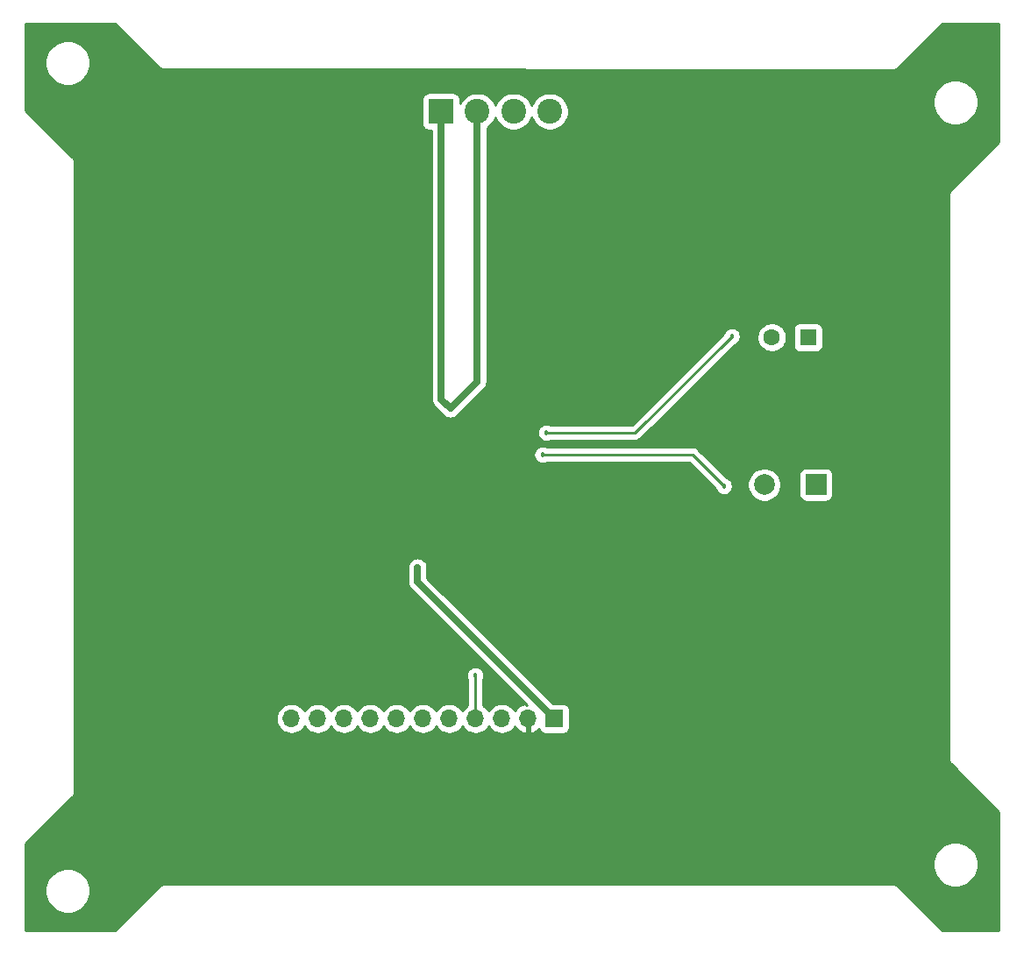
<source format=gbr>
G04 #@! TF.GenerationSoftware,KiCad,Pcbnew,(5.1.4-0-10_14)*
G04 #@! TF.CreationDate,2020-01-18T12:34:28-08:00*
G04 #@! TF.ProjectId,Board,426f6172-642e-46b6-9963-61645f706362,v1.0*
G04 #@! TF.SameCoordinates,Original*
G04 #@! TF.FileFunction,Copper,L2,Bot*
G04 #@! TF.FilePolarity,Positive*
%FSLAX46Y46*%
G04 Gerber Fmt 4.6, Leading zero omitted, Abs format (unit mm)*
G04 Created by KiCad (PCBNEW (5.1.4-0-10_14)) date 2020-01-18 12:34:28*
%MOMM*%
%LPD*%
G04 APERTURE LIST*
%ADD10R,2.000000X2.000000*%
%ADD11C,2.000000*%
%ADD12R,1.600000X1.600000*%
%ADD13C,1.600000*%
%ADD14R,1.700000X1.700000*%
%ADD15O,1.700000X1.700000*%
%ADD16R,2.400000X2.400000*%
%ADD17C,2.400000*%
%ADD18C,0.457200*%
%ADD19C,0.254000*%
%ADD20C,0.635000*%
G04 APERTURE END LIST*
D10*
X102362000Y-70612000D03*
D11*
X97362000Y-70612000D03*
D12*
X101600000Y-56388000D03*
D13*
X98100000Y-56388000D03*
D14*
X77089000Y-93218000D03*
D15*
X74549000Y-93218000D03*
X72009000Y-93218000D03*
X69469000Y-93218000D03*
X66929000Y-93218000D03*
X64389000Y-93218000D03*
X61849000Y-93218000D03*
X59309000Y-93218000D03*
X56769000Y-93218000D03*
X54229000Y-93218000D03*
X51689000Y-93218000D03*
D16*
X66152000Y-34544000D03*
D17*
X69652000Y-34544000D03*
X73152000Y-34544000D03*
X76652000Y-34544000D03*
D18*
X73660000Y-53340000D03*
X78740000Y-60960000D03*
X57150000Y-95250000D03*
X58420000Y-55880000D03*
X78740000Y-76200000D03*
X71120000Y-81280000D03*
X88900000Y-71120000D03*
X38100000Y-38100000D03*
X38100000Y-50800000D03*
X40386000Y-43434000D03*
X40386000Y-56134000D03*
X40386000Y-68834000D03*
X38100000Y-101600000D03*
X50800000Y-101600000D03*
X63500000Y-101600000D03*
X76200000Y-101600000D03*
X88900000Y-101600000D03*
X39243000Y-55372000D03*
X50800000Y-38100000D03*
X63500000Y-38100000D03*
X88900000Y-38100000D03*
X101600000Y-38100000D03*
X107950000Y-44450000D03*
X107950000Y-57150000D03*
X107950000Y-69850000D03*
X107950000Y-82550000D03*
X107950000Y-95250000D03*
X95250000Y-95250000D03*
X82550000Y-95250000D03*
X44450000Y-95250000D03*
X50800000Y-88900000D03*
X57150000Y-82550000D03*
X76200000Y-88900000D03*
X95250000Y-63500000D03*
X88900000Y-57150000D03*
X82550000Y-57150000D03*
X44450000Y-44450000D03*
X57150000Y-44450000D03*
X82550000Y-44450000D03*
X95250000Y-44450000D03*
X101600000Y-50800000D03*
X88900000Y-50800000D03*
X50800000Y-50800000D03*
X44450000Y-57150000D03*
X44450000Y-69850000D03*
X44450000Y-82550000D03*
X39243000Y-42672000D03*
X95250000Y-82550000D03*
X65936001Y-64666001D03*
X71501000Y-65024000D03*
X70485000Y-76708000D03*
X75946000Y-67691000D03*
X93472000Y-70739000D03*
X94234000Y-56261000D03*
X76327000Y-65592002D03*
X63881000Y-78613000D03*
X69469000Y-89027000D03*
X67056000Y-63246000D03*
D19*
X75946000Y-67691000D02*
X90424000Y-67691000D01*
X90424000Y-67691000D02*
X93472000Y-70739000D01*
X84902998Y-65592002D02*
X94234000Y-56261000D01*
X76327000Y-65592002D02*
X84902998Y-65592002D01*
D20*
X63881000Y-80010000D02*
X77089000Y-93218000D01*
X63881000Y-78613000D02*
X63881000Y-80010000D01*
D19*
X69469000Y-93218000D02*
X69469000Y-90043000D01*
X69469000Y-90043000D02*
X69469000Y-89027000D01*
D20*
X66152000Y-62342000D02*
X67056000Y-63246000D01*
X66152000Y-34544000D02*
X66152000Y-62342000D01*
X69652000Y-60650000D02*
X67056000Y-63246000D01*
X69652000Y-34544000D02*
X69652000Y-60650000D01*
D19*
G36*
X38889439Y-30280425D02*
G01*
X38909627Y-30305042D01*
X38934409Y-30325395D01*
X38934499Y-30325485D01*
X38961182Y-30347383D01*
X39008223Y-30386017D01*
X39008322Y-30386070D01*
X39008416Y-30386147D01*
X39065453Y-30416634D01*
X39120721Y-30446201D01*
X39120833Y-30446235D01*
X39120936Y-30446290D01*
X39182162Y-30464863D01*
X39242799Y-30483281D01*
X39242914Y-30483292D01*
X39243028Y-30483327D01*
X39306418Y-30489570D01*
X39337958Y-30492688D01*
X39338076Y-30492688D01*
X39369999Y-30495832D01*
X39401689Y-30492711D01*
X109823078Y-30518088D01*
X109855000Y-30521232D01*
X109918295Y-30514998D01*
X109981741Y-30508772D01*
X109981850Y-30508739D01*
X109981971Y-30508727D01*
X110044430Y-30489780D01*
X110103846Y-30471780D01*
X110103948Y-30471726D01*
X110104062Y-30471691D01*
X110159784Y-30441907D01*
X110216388Y-30411678D01*
X110216482Y-30411601D01*
X110216583Y-30411547D01*
X110265690Y-30371246D01*
X110315042Y-30330773D01*
X110335401Y-30305984D01*
X114593686Y-26047700D01*
X120002301Y-26047700D01*
X120002300Y-37476114D01*
X115388503Y-42089912D01*
X115363792Y-42110192D01*
X115282852Y-42208818D01*
X115222709Y-42321338D01*
X115185673Y-42443430D01*
X115176300Y-42538592D01*
X115176300Y-42538599D01*
X115173168Y-42570400D01*
X115176300Y-42602201D01*
X115176301Y-97097789D01*
X115173168Y-97129600D01*
X115185673Y-97256571D01*
X115222709Y-97378662D01*
X115282853Y-97491183D01*
X115343515Y-97565100D01*
X115343518Y-97565103D01*
X115363793Y-97589808D01*
X115388498Y-97610083D01*
X120002301Y-102223887D01*
X120002300Y-113652300D01*
X114542886Y-113652300D01*
X110310088Y-109419503D01*
X110289808Y-109394792D01*
X110191183Y-109313852D01*
X110078663Y-109253709D01*
X109956571Y-109216673D01*
X109861409Y-109207300D01*
X109861401Y-109207300D01*
X109829600Y-109204168D01*
X109797799Y-109207300D01*
X39427200Y-109207300D01*
X39395399Y-109204168D01*
X39363598Y-109207300D01*
X39363591Y-109207300D01*
X39283252Y-109215213D01*
X39268428Y-109216673D01*
X39231392Y-109227908D01*
X39146337Y-109253709D01*
X39033817Y-109313852D01*
X38935192Y-109394792D01*
X38914917Y-109419497D01*
X34682115Y-113652300D01*
X26047700Y-113652300D01*
X26047700Y-109638970D01*
X27905613Y-109638970D01*
X27905613Y-110071030D01*
X27989904Y-110494787D01*
X28155246Y-110893958D01*
X28395285Y-111253203D01*
X28700797Y-111558715D01*
X29060042Y-111798754D01*
X29459213Y-111964096D01*
X29882970Y-112048387D01*
X30315030Y-112048387D01*
X30738787Y-111964096D01*
X31137958Y-111798754D01*
X31497203Y-111558715D01*
X31802715Y-111253203D01*
X32042754Y-110893958D01*
X32208096Y-110494787D01*
X32292387Y-110071030D01*
X32292387Y-109638970D01*
X32208096Y-109215213D01*
X32042754Y-108816042D01*
X31802715Y-108456797D01*
X31497203Y-108151285D01*
X31137958Y-107911246D01*
X30738787Y-107745904D01*
X30315030Y-107661613D01*
X29882970Y-107661613D01*
X29459213Y-107745904D01*
X29060042Y-107911246D01*
X28700797Y-108151285D01*
X28395285Y-108456797D01*
X28155246Y-108816042D01*
X27989904Y-109215213D01*
X27905613Y-109638970D01*
X26047700Y-109638970D01*
X26047700Y-107098970D01*
X113630613Y-107098970D01*
X113630613Y-107531030D01*
X113714904Y-107954787D01*
X113880246Y-108353958D01*
X114120285Y-108713203D01*
X114425797Y-109018715D01*
X114785042Y-109258754D01*
X115184213Y-109424096D01*
X115607970Y-109508387D01*
X116040030Y-109508387D01*
X116463787Y-109424096D01*
X116862958Y-109258754D01*
X117222203Y-109018715D01*
X117527715Y-108713203D01*
X117767754Y-108353958D01*
X117933096Y-107954787D01*
X118017387Y-107531030D01*
X118017387Y-107098970D01*
X117933096Y-106675213D01*
X117767754Y-106276042D01*
X117527715Y-105916797D01*
X117222203Y-105611285D01*
X116862958Y-105371246D01*
X116463787Y-105205904D01*
X116040030Y-105121613D01*
X115607970Y-105121613D01*
X115184213Y-105205904D01*
X114785042Y-105371246D01*
X114425797Y-105611285D01*
X114120285Y-105916797D01*
X113880246Y-106276042D01*
X113714904Y-106675213D01*
X113630613Y-107098970D01*
X26047700Y-107098970D01*
X26047700Y-105297285D01*
X30534503Y-100810483D01*
X30559208Y-100790208D01*
X30640148Y-100691583D01*
X30700291Y-100579063D01*
X30737327Y-100456971D01*
X30746700Y-100361809D01*
X30746700Y-100361801D01*
X30749832Y-100330000D01*
X30746700Y-100298199D01*
X30746700Y-93218000D01*
X50196815Y-93218000D01*
X50225487Y-93509111D01*
X50310401Y-93789034D01*
X50448294Y-94047014D01*
X50633866Y-94273134D01*
X50859986Y-94458706D01*
X51117966Y-94596599D01*
X51397889Y-94681513D01*
X51616050Y-94703000D01*
X51761950Y-94703000D01*
X51980111Y-94681513D01*
X52260034Y-94596599D01*
X52518014Y-94458706D01*
X52744134Y-94273134D01*
X52929706Y-94047014D01*
X52959000Y-93992209D01*
X52988294Y-94047014D01*
X53173866Y-94273134D01*
X53399986Y-94458706D01*
X53657966Y-94596599D01*
X53937889Y-94681513D01*
X54156050Y-94703000D01*
X54301950Y-94703000D01*
X54520111Y-94681513D01*
X54800034Y-94596599D01*
X55058014Y-94458706D01*
X55284134Y-94273134D01*
X55469706Y-94047014D01*
X55499000Y-93992209D01*
X55528294Y-94047014D01*
X55713866Y-94273134D01*
X55939986Y-94458706D01*
X56197966Y-94596599D01*
X56477889Y-94681513D01*
X56696050Y-94703000D01*
X56841950Y-94703000D01*
X57060111Y-94681513D01*
X57340034Y-94596599D01*
X57598014Y-94458706D01*
X57824134Y-94273134D01*
X58009706Y-94047014D01*
X58039000Y-93992209D01*
X58068294Y-94047014D01*
X58253866Y-94273134D01*
X58479986Y-94458706D01*
X58737966Y-94596599D01*
X59017889Y-94681513D01*
X59236050Y-94703000D01*
X59381950Y-94703000D01*
X59600111Y-94681513D01*
X59880034Y-94596599D01*
X60138014Y-94458706D01*
X60364134Y-94273134D01*
X60549706Y-94047014D01*
X60579000Y-93992209D01*
X60608294Y-94047014D01*
X60793866Y-94273134D01*
X61019986Y-94458706D01*
X61277966Y-94596599D01*
X61557889Y-94681513D01*
X61776050Y-94703000D01*
X61921950Y-94703000D01*
X62140111Y-94681513D01*
X62420034Y-94596599D01*
X62678014Y-94458706D01*
X62904134Y-94273134D01*
X63089706Y-94047014D01*
X63119000Y-93992209D01*
X63148294Y-94047014D01*
X63333866Y-94273134D01*
X63559986Y-94458706D01*
X63817966Y-94596599D01*
X64097889Y-94681513D01*
X64316050Y-94703000D01*
X64461950Y-94703000D01*
X64680111Y-94681513D01*
X64960034Y-94596599D01*
X65218014Y-94458706D01*
X65444134Y-94273134D01*
X65629706Y-94047014D01*
X65659000Y-93992209D01*
X65688294Y-94047014D01*
X65873866Y-94273134D01*
X66099986Y-94458706D01*
X66357966Y-94596599D01*
X66637889Y-94681513D01*
X66856050Y-94703000D01*
X67001950Y-94703000D01*
X67220111Y-94681513D01*
X67500034Y-94596599D01*
X67758014Y-94458706D01*
X67984134Y-94273134D01*
X68169706Y-94047014D01*
X68199000Y-93992209D01*
X68228294Y-94047014D01*
X68413866Y-94273134D01*
X68639986Y-94458706D01*
X68897966Y-94596599D01*
X69177889Y-94681513D01*
X69396050Y-94703000D01*
X69541950Y-94703000D01*
X69760111Y-94681513D01*
X70040034Y-94596599D01*
X70298014Y-94458706D01*
X70524134Y-94273134D01*
X70709706Y-94047014D01*
X70739000Y-93992209D01*
X70768294Y-94047014D01*
X70953866Y-94273134D01*
X71179986Y-94458706D01*
X71437966Y-94596599D01*
X71717889Y-94681513D01*
X71936050Y-94703000D01*
X72081950Y-94703000D01*
X72300111Y-94681513D01*
X72580034Y-94596599D01*
X72838014Y-94458706D01*
X73064134Y-94273134D01*
X73249706Y-94047014D01*
X73284201Y-93982477D01*
X73353822Y-94099355D01*
X73548731Y-94315588D01*
X73782080Y-94489641D01*
X74044901Y-94614825D01*
X74192110Y-94659476D01*
X74422000Y-94538155D01*
X74422000Y-93345000D01*
X74402000Y-93345000D01*
X74402000Y-93091000D01*
X74422000Y-93091000D01*
X74422000Y-93071000D01*
X74676000Y-93071000D01*
X74676000Y-93091000D01*
X74696000Y-93091000D01*
X74696000Y-93345000D01*
X74676000Y-93345000D01*
X74676000Y-94538155D01*
X74905890Y-94659476D01*
X75053099Y-94614825D01*
X75315920Y-94489641D01*
X75549269Y-94315588D01*
X75625034Y-94231534D01*
X75649498Y-94312180D01*
X75708463Y-94422494D01*
X75787815Y-94519185D01*
X75884506Y-94598537D01*
X75994820Y-94657502D01*
X76114518Y-94693812D01*
X76239000Y-94706072D01*
X77939000Y-94706072D01*
X78063482Y-94693812D01*
X78183180Y-94657502D01*
X78293494Y-94598537D01*
X78390185Y-94519185D01*
X78469537Y-94422494D01*
X78528502Y-94312180D01*
X78564812Y-94192482D01*
X78577072Y-94068000D01*
X78577072Y-92368000D01*
X78564812Y-92243518D01*
X78528502Y-92123820D01*
X78469537Y-92013506D01*
X78390185Y-91916815D01*
X78293494Y-91837463D01*
X78183180Y-91778498D01*
X78063482Y-91742188D01*
X77939000Y-91729928D01*
X76947967Y-91729928D01*
X64833500Y-79615462D01*
X64833500Y-78566215D01*
X64819717Y-78426277D01*
X64765252Y-78246731D01*
X64676806Y-78081259D01*
X64557778Y-77936222D01*
X64412741Y-77817194D01*
X64247268Y-77728748D01*
X64067722Y-77674283D01*
X63881000Y-77655892D01*
X63694277Y-77674283D01*
X63514731Y-77728748D01*
X63349259Y-77817194D01*
X63204222Y-77936222D01*
X63085194Y-78081259D01*
X62996748Y-78246732D01*
X62942283Y-78426278D01*
X62928500Y-78566216D01*
X62928501Y-79963206D01*
X62923892Y-80010000D01*
X62942283Y-80196722D01*
X62996749Y-80376269D01*
X63085195Y-80541741D01*
X63204223Y-80686778D01*
X63240564Y-80716602D01*
X74421590Y-91897628D01*
X74192110Y-91776524D01*
X74044901Y-91821175D01*
X73782080Y-91946359D01*
X73548731Y-92120412D01*
X73353822Y-92336645D01*
X73284201Y-92453523D01*
X73249706Y-92388986D01*
X73064134Y-92162866D01*
X72838014Y-91977294D01*
X72580034Y-91839401D01*
X72300111Y-91754487D01*
X72081950Y-91733000D01*
X71936050Y-91733000D01*
X71717889Y-91754487D01*
X71437966Y-91839401D01*
X71179986Y-91977294D01*
X70953866Y-92162866D01*
X70768294Y-92388986D01*
X70739000Y-92443791D01*
X70709706Y-92388986D01*
X70524134Y-92162866D01*
X70298014Y-91977294D01*
X70231000Y-91941474D01*
X70231000Y-89441026D01*
X70234313Y-89436068D01*
X70299413Y-89278903D01*
X70332600Y-89112057D01*
X70332600Y-88941943D01*
X70299413Y-88775097D01*
X70234313Y-88617932D01*
X70139802Y-88476487D01*
X70019513Y-88356198D01*
X69878068Y-88261687D01*
X69720903Y-88196587D01*
X69554057Y-88163400D01*
X69383943Y-88163400D01*
X69217097Y-88196587D01*
X69059932Y-88261687D01*
X68918487Y-88356198D01*
X68798198Y-88476487D01*
X68703687Y-88617932D01*
X68638587Y-88775097D01*
X68605400Y-88941943D01*
X68605400Y-89112057D01*
X68638587Y-89278903D01*
X68703687Y-89436068D01*
X68707001Y-89441027D01*
X68707000Y-90080425D01*
X68707001Y-90080435D01*
X68707000Y-91941474D01*
X68639986Y-91977294D01*
X68413866Y-92162866D01*
X68228294Y-92388986D01*
X68199000Y-92443791D01*
X68169706Y-92388986D01*
X67984134Y-92162866D01*
X67758014Y-91977294D01*
X67500034Y-91839401D01*
X67220111Y-91754487D01*
X67001950Y-91733000D01*
X66856050Y-91733000D01*
X66637889Y-91754487D01*
X66357966Y-91839401D01*
X66099986Y-91977294D01*
X65873866Y-92162866D01*
X65688294Y-92388986D01*
X65659000Y-92443791D01*
X65629706Y-92388986D01*
X65444134Y-92162866D01*
X65218014Y-91977294D01*
X64960034Y-91839401D01*
X64680111Y-91754487D01*
X64461950Y-91733000D01*
X64316050Y-91733000D01*
X64097889Y-91754487D01*
X63817966Y-91839401D01*
X63559986Y-91977294D01*
X63333866Y-92162866D01*
X63148294Y-92388986D01*
X63119000Y-92443791D01*
X63089706Y-92388986D01*
X62904134Y-92162866D01*
X62678014Y-91977294D01*
X62420034Y-91839401D01*
X62140111Y-91754487D01*
X61921950Y-91733000D01*
X61776050Y-91733000D01*
X61557889Y-91754487D01*
X61277966Y-91839401D01*
X61019986Y-91977294D01*
X60793866Y-92162866D01*
X60608294Y-92388986D01*
X60579000Y-92443791D01*
X60549706Y-92388986D01*
X60364134Y-92162866D01*
X60138014Y-91977294D01*
X59880034Y-91839401D01*
X59600111Y-91754487D01*
X59381950Y-91733000D01*
X59236050Y-91733000D01*
X59017889Y-91754487D01*
X58737966Y-91839401D01*
X58479986Y-91977294D01*
X58253866Y-92162866D01*
X58068294Y-92388986D01*
X58039000Y-92443791D01*
X58009706Y-92388986D01*
X57824134Y-92162866D01*
X57598014Y-91977294D01*
X57340034Y-91839401D01*
X57060111Y-91754487D01*
X56841950Y-91733000D01*
X56696050Y-91733000D01*
X56477889Y-91754487D01*
X56197966Y-91839401D01*
X55939986Y-91977294D01*
X55713866Y-92162866D01*
X55528294Y-92388986D01*
X55499000Y-92443791D01*
X55469706Y-92388986D01*
X55284134Y-92162866D01*
X55058014Y-91977294D01*
X54800034Y-91839401D01*
X54520111Y-91754487D01*
X54301950Y-91733000D01*
X54156050Y-91733000D01*
X53937889Y-91754487D01*
X53657966Y-91839401D01*
X53399986Y-91977294D01*
X53173866Y-92162866D01*
X52988294Y-92388986D01*
X52959000Y-92443791D01*
X52929706Y-92388986D01*
X52744134Y-92162866D01*
X52518014Y-91977294D01*
X52260034Y-91839401D01*
X51980111Y-91754487D01*
X51761950Y-91733000D01*
X51616050Y-91733000D01*
X51397889Y-91754487D01*
X51117966Y-91839401D01*
X50859986Y-91977294D01*
X50633866Y-92162866D01*
X50448294Y-92388986D01*
X50310401Y-92646966D01*
X50225487Y-92926889D01*
X50196815Y-93218000D01*
X30746700Y-93218000D01*
X30746700Y-67605943D01*
X75082400Y-67605943D01*
X75082400Y-67776057D01*
X75115587Y-67942903D01*
X75180687Y-68100068D01*
X75275198Y-68241513D01*
X75395487Y-68361802D01*
X75536932Y-68456313D01*
X75694097Y-68521413D01*
X75860943Y-68554600D01*
X76031057Y-68554600D01*
X76197903Y-68521413D01*
X76355068Y-68456313D01*
X76360026Y-68453000D01*
X90108370Y-68453000D01*
X92640424Y-70985055D01*
X92641587Y-70990903D01*
X92706687Y-71148068D01*
X92801198Y-71289513D01*
X92921487Y-71409802D01*
X93062932Y-71504313D01*
X93220097Y-71569413D01*
X93386943Y-71602600D01*
X93557057Y-71602600D01*
X93723903Y-71569413D01*
X93881068Y-71504313D01*
X94022513Y-71409802D01*
X94142802Y-71289513D01*
X94237313Y-71148068D01*
X94302413Y-70990903D01*
X94335600Y-70824057D01*
X94335600Y-70653943D01*
X94302413Y-70487097D01*
X94287448Y-70450967D01*
X95727000Y-70450967D01*
X95727000Y-70773033D01*
X95789832Y-71088912D01*
X95913082Y-71386463D01*
X96092013Y-71654252D01*
X96319748Y-71881987D01*
X96587537Y-72060918D01*
X96885088Y-72184168D01*
X97200967Y-72247000D01*
X97523033Y-72247000D01*
X97838912Y-72184168D01*
X98136463Y-72060918D01*
X98404252Y-71881987D01*
X98631987Y-71654252D01*
X98810918Y-71386463D01*
X98934168Y-71088912D01*
X98997000Y-70773033D01*
X98997000Y-70450967D01*
X98934168Y-70135088D01*
X98810918Y-69837537D01*
X98660219Y-69612000D01*
X100723928Y-69612000D01*
X100723928Y-71612000D01*
X100736188Y-71736482D01*
X100772498Y-71856180D01*
X100831463Y-71966494D01*
X100910815Y-72063185D01*
X101007506Y-72142537D01*
X101117820Y-72201502D01*
X101237518Y-72237812D01*
X101362000Y-72250072D01*
X103362000Y-72250072D01*
X103486482Y-72237812D01*
X103606180Y-72201502D01*
X103716494Y-72142537D01*
X103813185Y-72063185D01*
X103892537Y-71966494D01*
X103951502Y-71856180D01*
X103987812Y-71736482D01*
X104000072Y-71612000D01*
X104000072Y-69612000D01*
X103987812Y-69487518D01*
X103951502Y-69367820D01*
X103892537Y-69257506D01*
X103813185Y-69160815D01*
X103716494Y-69081463D01*
X103606180Y-69022498D01*
X103486482Y-68986188D01*
X103362000Y-68973928D01*
X101362000Y-68973928D01*
X101237518Y-68986188D01*
X101117820Y-69022498D01*
X101007506Y-69081463D01*
X100910815Y-69160815D01*
X100831463Y-69257506D01*
X100772498Y-69367820D01*
X100736188Y-69487518D01*
X100723928Y-69612000D01*
X98660219Y-69612000D01*
X98631987Y-69569748D01*
X98404252Y-69342013D01*
X98136463Y-69163082D01*
X97838912Y-69039832D01*
X97523033Y-68977000D01*
X97200967Y-68977000D01*
X96885088Y-69039832D01*
X96587537Y-69163082D01*
X96319748Y-69342013D01*
X96092013Y-69569748D01*
X95913082Y-69837537D01*
X95789832Y-70135088D01*
X95727000Y-70450967D01*
X94287448Y-70450967D01*
X94237313Y-70329932D01*
X94142802Y-70188487D01*
X94022513Y-70068198D01*
X93881068Y-69973687D01*
X93723903Y-69908587D01*
X93718055Y-69907424D01*
X90989284Y-67178654D01*
X90965422Y-67149578D01*
X90849392Y-67054355D01*
X90717015Y-66983598D01*
X90573378Y-66940026D01*
X90461426Y-66929000D01*
X90461423Y-66929000D01*
X90424000Y-66925314D01*
X90386577Y-66929000D01*
X76360026Y-66929000D01*
X76355068Y-66925687D01*
X76197903Y-66860587D01*
X76031057Y-66827400D01*
X75860943Y-66827400D01*
X75694097Y-66860587D01*
X75536932Y-66925687D01*
X75395487Y-67020198D01*
X75275198Y-67140487D01*
X75180687Y-67281932D01*
X75115587Y-67439097D01*
X75082400Y-67605943D01*
X30746700Y-67605943D01*
X30746700Y-65506945D01*
X75463400Y-65506945D01*
X75463400Y-65677059D01*
X75496587Y-65843905D01*
X75561687Y-66001070D01*
X75656198Y-66142515D01*
X75776487Y-66262804D01*
X75917932Y-66357315D01*
X76075097Y-66422415D01*
X76241943Y-66455602D01*
X76412057Y-66455602D01*
X76578903Y-66422415D01*
X76736068Y-66357315D01*
X76741026Y-66354002D01*
X84865575Y-66354002D01*
X84902998Y-66357688D01*
X84940421Y-66354002D01*
X84940424Y-66354002D01*
X85052376Y-66342976D01*
X85196013Y-66299404D01*
X85328390Y-66228647D01*
X85444420Y-66133424D01*
X85468282Y-66104348D01*
X94480053Y-57092577D01*
X94485903Y-57091413D01*
X94643068Y-57026313D01*
X94784513Y-56931802D01*
X94904802Y-56811513D01*
X94999313Y-56670068D01*
X95064413Y-56512903D01*
X95097600Y-56346057D01*
X95097600Y-56246665D01*
X96665000Y-56246665D01*
X96665000Y-56529335D01*
X96720147Y-56806574D01*
X96828320Y-57067727D01*
X96985363Y-57302759D01*
X97185241Y-57502637D01*
X97420273Y-57659680D01*
X97681426Y-57767853D01*
X97958665Y-57823000D01*
X98241335Y-57823000D01*
X98518574Y-57767853D01*
X98779727Y-57659680D01*
X99014759Y-57502637D01*
X99214637Y-57302759D01*
X99371680Y-57067727D01*
X99479853Y-56806574D01*
X99535000Y-56529335D01*
X99535000Y-56246665D01*
X99479853Y-55969426D01*
X99371680Y-55708273D01*
X99291317Y-55588000D01*
X100161928Y-55588000D01*
X100161928Y-57188000D01*
X100174188Y-57312482D01*
X100210498Y-57432180D01*
X100269463Y-57542494D01*
X100348815Y-57639185D01*
X100445506Y-57718537D01*
X100555820Y-57777502D01*
X100675518Y-57813812D01*
X100800000Y-57826072D01*
X102400000Y-57826072D01*
X102524482Y-57813812D01*
X102644180Y-57777502D01*
X102754494Y-57718537D01*
X102851185Y-57639185D01*
X102930537Y-57542494D01*
X102989502Y-57432180D01*
X103025812Y-57312482D01*
X103038072Y-57188000D01*
X103038072Y-55588000D01*
X103025812Y-55463518D01*
X102989502Y-55343820D01*
X102930537Y-55233506D01*
X102851185Y-55136815D01*
X102754494Y-55057463D01*
X102644180Y-54998498D01*
X102524482Y-54962188D01*
X102400000Y-54949928D01*
X100800000Y-54949928D01*
X100675518Y-54962188D01*
X100555820Y-54998498D01*
X100445506Y-55057463D01*
X100348815Y-55136815D01*
X100269463Y-55233506D01*
X100210498Y-55343820D01*
X100174188Y-55463518D01*
X100161928Y-55588000D01*
X99291317Y-55588000D01*
X99214637Y-55473241D01*
X99014759Y-55273363D01*
X98779727Y-55116320D01*
X98518574Y-55008147D01*
X98241335Y-54953000D01*
X97958665Y-54953000D01*
X97681426Y-55008147D01*
X97420273Y-55116320D01*
X97185241Y-55273363D01*
X96985363Y-55473241D01*
X96828320Y-55708273D01*
X96720147Y-55969426D01*
X96665000Y-56246665D01*
X95097600Y-56246665D01*
X95097600Y-56175943D01*
X95064413Y-56009097D01*
X94999313Y-55851932D01*
X94904802Y-55710487D01*
X94784513Y-55590198D01*
X94643068Y-55495687D01*
X94485903Y-55430587D01*
X94319057Y-55397400D01*
X94148943Y-55397400D01*
X93982097Y-55430587D01*
X93824932Y-55495687D01*
X93683487Y-55590198D01*
X93563198Y-55710487D01*
X93468687Y-55851932D01*
X93403587Y-56009097D01*
X93402423Y-56014947D01*
X84587368Y-64830002D01*
X76741026Y-64830002D01*
X76736068Y-64826689D01*
X76578903Y-64761589D01*
X76412057Y-64728402D01*
X76241943Y-64728402D01*
X76075097Y-64761589D01*
X75917932Y-64826689D01*
X75776487Y-64921200D01*
X75656198Y-65041489D01*
X75561687Y-65182934D01*
X75496587Y-65340099D01*
X75463400Y-65506945D01*
X30746700Y-65506945D01*
X30746700Y-39401801D01*
X30749832Y-39370000D01*
X30746700Y-39338199D01*
X30746700Y-39338191D01*
X30737327Y-39243029D01*
X30700291Y-39120937D01*
X30640148Y-39008417D01*
X30559208Y-38909792D01*
X30534504Y-38889518D01*
X26047700Y-34402715D01*
X26047700Y-33344000D01*
X64313928Y-33344000D01*
X64313928Y-35744000D01*
X64326188Y-35868482D01*
X64362498Y-35988180D01*
X64421463Y-36098494D01*
X64500815Y-36195185D01*
X64597506Y-36274537D01*
X64707820Y-36333502D01*
X64827518Y-36369812D01*
X64952000Y-36382072D01*
X65199500Y-36382072D01*
X65199501Y-62295205D01*
X65194892Y-62342000D01*
X65213283Y-62528722D01*
X65227382Y-62575198D01*
X65267749Y-62708269D01*
X65356195Y-62873741D01*
X65475223Y-63018778D01*
X65511564Y-63048602D01*
X66349406Y-63886445D01*
X66379223Y-63922777D01*
X66415555Y-63952594D01*
X66415562Y-63952601D01*
X66524259Y-64041806D01*
X66689730Y-64130251D01*
X66869277Y-64184717D01*
X67055999Y-64203108D01*
X67056000Y-64203108D01*
X67242722Y-64184717D01*
X67422269Y-64130251D01*
X67587740Y-64041806D01*
X67696437Y-63952601D01*
X67696440Y-63952598D01*
X67732777Y-63922777D01*
X67762598Y-63886440D01*
X70292431Y-61356607D01*
X70328778Y-61326778D01*
X70447806Y-61181741D01*
X70536252Y-61016269D01*
X70590717Y-60836723D01*
X70604500Y-60696785D01*
X70609108Y-60650001D01*
X70604500Y-60603216D01*
X70604500Y-36114496D01*
X70821744Y-35969338D01*
X71077338Y-35713744D01*
X71278156Y-35413199D01*
X71402000Y-35114213D01*
X71525844Y-35413199D01*
X71726662Y-35713744D01*
X71982256Y-35969338D01*
X72282801Y-36170156D01*
X72616750Y-36308482D01*
X72971268Y-36379000D01*
X73332732Y-36379000D01*
X73687250Y-36308482D01*
X74021199Y-36170156D01*
X74321744Y-35969338D01*
X74577338Y-35713744D01*
X74778156Y-35413199D01*
X74902000Y-35114213D01*
X75025844Y-35413199D01*
X75226662Y-35713744D01*
X75482256Y-35969338D01*
X75782801Y-36170156D01*
X76116750Y-36308482D01*
X76471268Y-36379000D01*
X76832732Y-36379000D01*
X77187250Y-36308482D01*
X77521199Y-36170156D01*
X77821744Y-35969338D01*
X78077338Y-35713744D01*
X78278156Y-35413199D01*
X78416482Y-35079250D01*
X78487000Y-34724732D01*
X78487000Y-34363268D01*
X78416482Y-34008750D01*
X78278156Y-33674801D01*
X78120579Y-33438970D01*
X113630613Y-33438970D01*
X113630613Y-33871030D01*
X113714904Y-34294787D01*
X113880246Y-34693958D01*
X114120285Y-35053203D01*
X114425797Y-35358715D01*
X114785042Y-35598754D01*
X115184213Y-35764096D01*
X115607970Y-35848387D01*
X116040030Y-35848387D01*
X116463787Y-35764096D01*
X116862958Y-35598754D01*
X117222203Y-35358715D01*
X117527715Y-35053203D01*
X117767754Y-34693958D01*
X117933096Y-34294787D01*
X118017387Y-33871030D01*
X118017387Y-33438970D01*
X117933096Y-33015213D01*
X117767754Y-32616042D01*
X117527715Y-32256797D01*
X117222203Y-31951285D01*
X116862958Y-31711246D01*
X116463787Y-31545904D01*
X116040030Y-31461613D01*
X115607970Y-31461613D01*
X115184213Y-31545904D01*
X114785042Y-31711246D01*
X114425797Y-31951285D01*
X114120285Y-32256797D01*
X113880246Y-32616042D01*
X113714904Y-33015213D01*
X113630613Y-33438970D01*
X78120579Y-33438970D01*
X78077338Y-33374256D01*
X77821744Y-33118662D01*
X77521199Y-32917844D01*
X77187250Y-32779518D01*
X76832732Y-32709000D01*
X76471268Y-32709000D01*
X76116750Y-32779518D01*
X75782801Y-32917844D01*
X75482256Y-33118662D01*
X75226662Y-33374256D01*
X75025844Y-33674801D01*
X74902000Y-33973787D01*
X74778156Y-33674801D01*
X74577338Y-33374256D01*
X74321744Y-33118662D01*
X74021199Y-32917844D01*
X73687250Y-32779518D01*
X73332732Y-32709000D01*
X72971268Y-32709000D01*
X72616750Y-32779518D01*
X72282801Y-32917844D01*
X71982256Y-33118662D01*
X71726662Y-33374256D01*
X71525844Y-33674801D01*
X71402000Y-33973787D01*
X71278156Y-33674801D01*
X71077338Y-33374256D01*
X70821744Y-33118662D01*
X70521199Y-32917844D01*
X70187250Y-32779518D01*
X69832732Y-32709000D01*
X69471268Y-32709000D01*
X69116750Y-32779518D01*
X68782801Y-32917844D01*
X68482256Y-33118662D01*
X68226662Y-33374256D01*
X68025844Y-33674801D01*
X67990072Y-33761162D01*
X67990072Y-33344000D01*
X67977812Y-33219518D01*
X67941502Y-33099820D01*
X67882537Y-32989506D01*
X67803185Y-32892815D01*
X67706494Y-32813463D01*
X67596180Y-32754498D01*
X67476482Y-32718188D01*
X67352000Y-32705928D01*
X64952000Y-32705928D01*
X64827518Y-32718188D01*
X64707820Y-32754498D01*
X64597506Y-32813463D01*
X64500815Y-32892815D01*
X64421463Y-32989506D01*
X64362498Y-33099820D01*
X64326188Y-33219518D01*
X64313928Y-33344000D01*
X26047700Y-33344000D01*
X26047700Y-29628970D01*
X27905613Y-29628970D01*
X27905613Y-30061030D01*
X27989904Y-30484787D01*
X28155246Y-30883958D01*
X28395285Y-31243203D01*
X28700797Y-31548715D01*
X29060042Y-31788754D01*
X29459213Y-31954096D01*
X29882970Y-32038387D01*
X30315030Y-32038387D01*
X30738787Y-31954096D01*
X31137958Y-31788754D01*
X31497203Y-31548715D01*
X31802715Y-31243203D01*
X32042754Y-30883958D01*
X32208096Y-30484787D01*
X32292387Y-30061030D01*
X32292387Y-29628970D01*
X32208096Y-29205213D01*
X32042754Y-28806042D01*
X31802715Y-28446797D01*
X31497203Y-28141285D01*
X31137958Y-27901246D01*
X30738787Y-27735904D01*
X30315030Y-27651613D01*
X29882970Y-27651613D01*
X29459213Y-27735904D01*
X29060042Y-27901246D01*
X28700797Y-28141285D01*
X28395285Y-28446797D01*
X28155246Y-28806042D01*
X27989904Y-29205213D01*
X27905613Y-29628970D01*
X26047700Y-29628970D01*
X26047700Y-26047700D01*
X34656715Y-26047700D01*
X38889439Y-30280425D01*
X38889439Y-30280425D01*
G37*
X38889439Y-30280425D02*
X38909627Y-30305042D01*
X38934409Y-30325395D01*
X38934499Y-30325485D01*
X38961182Y-30347383D01*
X39008223Y-30386017D01*
X39008322Y-30386070D01*
X39008416Y-30386147D01*
X39065453Y-30416634D01*
X39120721Y-30446201D01*
X39120833Y-30446235D01*
X39120936Y-30446290D01*
X39182162Y-30464863D01*
X39242799Y-30483281D01*
X39242914Y-30483292D01*
X39243028Y-30483327D01*
X39306418Y-30489570D01*
X39337958Y-30492688D01*
X39338076Y-30492688D01*
X39369999Y-30495832D01*
X39401689Y-30492711D01*
X109823078Y-30518088D01*
X109855000Y-30521232D01*
X109918295Y-30514998D01*
X109981741Y-30508772D01*
X109981850Y-30508739D01*
X109981971Y-30508727D01*
X110044430Y-30489780D01*
X110103846Y-30471780D01*
X110103948Y-30471726D01*
X110104062Y-30471691D01*
X110159784Y-30441907D01*
X110216388Y-30411678D01*
X110216482Y-30411601D01*
X110216583Y-30411547D01*
X110265690Y-30371246D01*
X110315042Y-30330773D01*
X110335401Y-30305984D01*
X114593686Y-26047700D01*
X120002301Y-26047700D01*
X120002300Y-37476114D01*
X115388503Y-42089912D01*
X115363792Y-42110192D01*
X115282852Y-42208818D01*
X115222709Y-42321338D01*
X115185673Y-42443430D01*
X115176300Y-42538592D01*
X115176300Y-42538599D01*
X115173168Y-42570400D01*
X115176300Y-42602201D01*
X115176301Y-97097789D01*
X115173168Y-97129600D01*
X115185673Y-97256571D01*
X115222709Y-97378662D01*
X115282853Y-97491183D01*
X115343515Y-97565100D01*
X115343518Y-97565103D01*
X115363793Y-97589808D01*
X115388498Y-97610083D01*
X120002301Y-102223887D01*
X120002300Y-113652300D01*
X114542886Y-113652300D01*
X110310088Y-109419503D01*
X110289808Y-109394792D01*
X110191183Y-109313852D01*
X110078663Y-109253709D01*
X109956571Y-109216673D01*
X109861409Y-109207300D01*
X109861401Y-109207300D01*
X109829600Y-109204168D01*
X109797799Y-109207300D01*
X39427200Y-109207300D01*
X39395399Y-109204168D01*
X39363598Y-109207300D01*
X39363591Y-109207300D01*
X39283252Y-109215213D01*
X39268428Y-109216673D01*
X39231392Y-109227908D01*
X39146337Y-109253709D01*
X39033817Y-109313852D01*
X38935192Y-109394792D01*
X38914917Y-109419497D01*
X34682115Y-113652300D01*
X26047700Y-113652300D01*
X26047700Y-109638970D01*
X27905613Y-109638970D01*
X27905613Y-110071030D01*
X27989904Y-110494787D01*
X28155246Y-110893958D01*
X28395285Y-111253203D01*
X28700797Y-111558715D01*
X29060042Y-111798754D01*
X29459213Y-111964096D01*
X29882970Y-112048387D01*
X30315030Y-112048387D01*
X30738787Y-111964096D01*
X31137958Y-111798754D01*
X31497203Y-111558715D01*
X31802715Y-111253203D01*
X32042754Y-110893958D01*
X32208096Y-110494787D01*
X32292387Y-110071030D01*
X32292387Y-109638970D01*
X32208096Y-109215213D01*
X32042754Y-108816042D01*
X31802715Y-108456797D01*
X31497203Y-108151285D01*
X31137958Y-107911246D01*
X30738787Y-107745904D01*
X30315030Y-107661613D01*
X29882970Y-107661613D01*
X29459213Y-107745904D01*
X29060042Y-107911246D01*
X28700797Y-108151285D01*
X28395285Y-108456797D01*
X28155246Y-108816042D01*
X27989904Y-109215213D01*
X27905613Y-109638970D01*
X26047700Y-109638970D01*
X26047700Y-107098970D01*
X113630613Y-107098970D01*
X113630613Y-107531030D01*
X113714904Y-107954787D01*
X113880246Y-108353958D01*
X114120285Y-108713203D01*
X114425797Y-109018715D01*
X114785042Y-109258754D01*
X115184213Y-109424096D01*
X115607970Y-109508387D01*
X116040030Y-109508387D01*
X116463787Y-109424096D01*
X116862958Y-109258754D01*
X117222203Y-109018715D01*
X117527715Y-108713203D01*
X117767754Y-108353958D01*
X117933096Y-107954787D01*
X118017387Y-107531030D01*
X118017387Y-107098970D01*
X117933096Y-106675213D01*
X117767754Y-106276042D01*
X117527715Y-105916797D01*
X117222203Y-105611285D01*
X116862958Y-105371246D01*
X116463787Y-105205904D01*
X116040030Y-105121613D01*
X115607970Y-105121613D01*
X115184213Y-105205904D01*
X114785042Y-105371246D01*
X114425797Y-105611285D01*
X114120285Y-105916797D01*
X113880246Y-106276042D01*
X113714904Y-106675213D01*
X113630613Y-107098970D01*
X26047700Y-107098970D01*
X26047700Y-105297285D01*
X30534503Y-100810483D01*
X30559208Y-100790208D01*
X30640148Y-100691583D01*
X30700291Y-100579063D01*
X30737327Y-100456971D01*
X30746700Y-100361809D01*
X30746700Y-100361801D01*
X30749832Y-100330000D01*
X30746700Y-100298199D01*
X30746700Y-93218000D01*
X50196815Y-93218000D01*
X50225487Y-93509111D01*
X50310401Y-93789034D01*
X50448294Y-94047014D01*
X50633866Y-94273134D01*
X50859986Y-94458706D01*
X51117966Y-94596599D01*
X51397889Y-94681513D01*
X51616050Y-94703000D01*
X51761950Y-94703000D01*
X51980111Y-94681513D01*
X52260034Y-94596599D01*
X52518014Y-94458706D01*
X52744134Y-94273134D01*
X52929706Y-94047014D01*
X52959000Y-93992209D01*
X52988294Y-94047014D01*
X53173866Y-94273134D01*
X53399986Y-94458706D01*
X53657966Y-94596599D01*
X53937889Y-94681513D01*
X54156050Y-94703000D01*
X54301950Y-94703000D01*
X54520111Y-94681513D01*
X54800034Y-94596599D01*
X55058014Y-94458706D01*
X55284134Y-94273134D01*
X55469706Y-94047014D01*
X55499000Y-93992209D01*
X55528294Y-94047014D01*
X55713866Y-94273134D01*
X55939986Y-94458706D01*
X56197966Y-94596599D01*
X56477889Y-94681513D01*
X56696050Y-94703000D01*
X56841950Y-94703000D01*
X57060111Y-94681513D01*
X57340034Y-94596599D01*
X57598014Y-94458706D01*
X57824134Y-94273134D01*
X58009706Y-94047014D01*
X58039000Y-93992209D01*
X58068294Y-94047014D01*
X58253866Y-94273134D01*
X58479986Y-94458706D01*
X58737966Y-94596599D01*
X59017889Y-94681513D01*
X59236050Y-94703000D01*
X59381950Y-94703000D01*
X59600111Y-94681513D01*
X59880034Y-94596599D01*
X60138014Y-94458706D01*
X60364134Y-94273134D01*
X60549706Y-94047014D01*
X60579000Y-93992209D01*
X60608294Y-94047014D01*
X60793866Y-94273134D01*
X61019986Y-94458706D01*
X61277966Y-94596599D01*
X61557889Y-94681513D01*
X61776050Y-94703000D01*
X61921950Y-94703000D01*
X62140111Y-94681513D01*
X62420034Y-94596599D01*
X62678014Y-94458706D01*
X62904134Y-94273134D01*
X63089706Y-94047014D01*
X63119000Y-93992209D01*
X63148294Y-94047014D01*
X63333866Y-94273134D01*
X63559986Y-94458706D01*
X63817966Y-94596599D01*
X64097889Y-94681513D01*
X64316050Y-94703000D01*
X64461950Y-94703000D01*
X64680111Y-94681513D01*
X64960034Y-94596599D01*
X65218014Y-94458706D01*
X65444134Y-94273134D01*
X65629706Y-94047014D01*
X65659000Y-93992209D01*
X65688294Y-94047014D01*
X65873866Y-94273134D01*
X66099986Y-94458706D01*
X66357966Y-94596599D01*
X66637889Y-94681513D01*
X66856050Y-94703000D01*
X67001950Y-94703000D01*
X67220111Y-94681513D01*
X67500034Y-94596599D01*
X67758014Y-94458706D01*
X67984134Y-94273134D01*
X68169706Y-94047014D01*
X68199000Y-93992209D01*
X68228294Y-94047014D01*
X68413866Y-94273134D01*
X68639986Y-94458706D01*
X68897966Y-94596599D01*
X69177889Y-94681513D01*
X69396050Y-94703000D01*
X69541950Y-94703000D01*
X69760111Y-94681513D01*
X70040034Y-94596599D01*
X70298014Y-94458706D01*
X70524134Y-94273134D01*
X70709706Y-94047014D01*
X70739000Y-93992209D01*
X70768294Y-94047014D01*
X70953866Y-94273134D01*
X71179986Y-94458706D01*
X71437966Y-94596599D01*
X71717889Y-94681513D01*
X71936050Y-94703000D01*
X72081950Y-94703000D01*
X72300111Y-94681513D01*
X72580034Y-94596599D01*
X72838014Y-94458706D01*
X73064134Y-94273134D01*
X73249706Y-94047014D01*
X73284201Y-93982477D01*
X73353822Y-94099355D01*
X73548731Y-94315588D01*
X73782080Y-94489641D01*
X74044901Y-94614825D01*
X74192110Y-94659476D01*
X74422000Y-94538155D01*
X74422000Y-93345000D01*
X74402000Y-93345000D01*
X74402000Y-93091000D01*
X74422000Y-93091000D01*
X74422000Y-93071000D01*
X74676000Y-93071000D01*
X74676000Y-93091000D01*
X74696000Y-93091000D01*
X74696000Y-93345000D01*
X74676000Y-93345000D01*
X74676000Y-94538155D01*
X74905890Y-94659476D01*
X75053099Y-94614825D01*
X75315920Y-94489641D01*
X75549269Y-94315588D01*
X75625034Y-94231534D01*
X75649498Y-94312180D01*
X75708463Y-94422494D01*
X75787815Y-94519185D01*
X75884506Y-94598537D01*
X75994820Y-94657502D01*
X76114518Y-94693812D01*
X76239000Y-94706072D01*
X77939000Y-94706072D01*
X78063482Y-94693812D01*
X78183180Y-94657502D01*
X78293494Y-94598537D01*
X78390185Y-94519185D01*
X78469537Y-94422494D01*
X78528502Y-94312180D01*
X78564812Y-94192482D01*
X78577072Y-94068000D01*
X78577072Y-92368000D01*
X78564812Y-92243518D01*
X78528502Y-92123820D01*
X78469537Y-92013506D01*
X78390185Y-91916815D01*
X78293494Y-91837463D01*
X78183180Y-91778498D01*
X78063482Y-91742188D01*
X77939000Y-91729928D01*
X76947967Y-91729928D01*
X64833500Y-79615462D01*
X64833500Y-78566215D01*
X64819717Y-78426277D01*
X64765252Y-78246731D01*
X64676806Y-78081259D01*
X64557778Y-77936222D01*
X64412741Y-77817194D01*
X64247268Y-77728748D01*
X64067722Y-77674283D01*
X63881000Y-77655892D01*
X63694277Y-77674283D01*
X63514731Y-77728748D01*
X63349259Y-77817194D01*
X63204222Y-77936222D01*
X63085194Y-78081259D01*
X62996748Y-78246732D01*
X62942283Y-78426278D01*
X62928500Y-78566216D01*
X62928501Y-79963206D01*
X62923892Y-80010000D01*
X62942283Y-80196722D01*
X62996749Y-80376269D01*
X63085195Y-80541741D01*
X63204223Y-80686778D01*
X63240564Y-80716602D01*
X74421590Y-91897628D01*
X74192110Y-91776524D01*
X74044901Y-91821175D01*
X73782080Y-91946359D01*
X73548731Y-92120412D01*
X73353822Y-92336645D01*
X73284201Y-92453523D01*
X73249706Y-92388986D01*
X73064134Y-92162866D01*
X72838014Y-91977294D01*
X72580034Y-91839401D01*
X72300111Y-91754487D01*
X72081950Y-91733000D01*
X71936050Y-91733000D01*
X71717889Y-91754487D01*
X71437966Y-91839401D01*
X71179986Y-91977294D01*
X70953866Y-92162866D01*
X70768294Y-92388986D01*
X70739000Y-92443791D01*
X70709706Y-92388986D01*
X70524134Y-92162866D01*
X70298014Y-91977294D01*
X70231000Y-91941474D01*
X70231000Y-89441026D01*
X70234313Y-89436068D01*
X70299413Y-89278903D01*
X70332600Y-89112057D01*
X70332600Y-88941943D01*
X70299413Y-88775097D01*
X70234313Y-88617932D01*
X70139802Y-88476487D01*
X70019513Y-88356198D01*
X69878068Y-88261687D01*
X69720903Y-88196587D01*
X69554057Y-88163400D01*
X69383943Y-88163400D01*
X69217097Y-88196587D01*
X69059932Y-88261687D01*
X68918487Y-88356198D01*
X68798198Y-88476487D01*
X68703687Y-88617932D01*
X68638587Y-88775097D01*
X68605400Y-88941943D01*
X68605400Y-89112057D01*
X68638587Y-89278903D01*
X68703687Y-89436068D01*
X68707001Y-89441027D01*
X68707000Y-90080425D01*
X68707001Y-90080435D01*
X68707000Y-91941474D01*
X68639986Y-91977294D01*
X68413866Y-92162866D01*
X68228294Y-92388986D01*
X68199000Y-92443791D01*
X68169706Y-92388986D01*
X67984134Y-92162866D01*
X67758014Y-91977294D01*
X67500034Y-91839401D01*
X67220111Y-91754487D01*
X67001950Y-91733000D01*
X66856050Y-91733000D01*
X66637889Y-91754487D01*
X66357966Y-91839401D01*
X66099986Y-91977294D01*
X65873866Y-92162866D01*
X65688294Y-92388986D01*
X65659000Y-92443791D01*
X65629706Y-92388986D01*
X65444134Y-92162866D01*
X65218014Y-91977294D01*
X64960034Y-91839401D01*
X64680111Y-91754487D01*
X64461950Y-91733000D01*
X64316050Y-91733000D01*
X64097889Y-91754487D01*
X63817966Y-91839401D01*
X63559986Y-91977294D01*
X63333866Y-92162866D01*
X63148294Y-92388986D01*
X63119000Y-92443791D01*
X63089706Y-92388986D01*
X62904134Y-92162866D01*
X62678014Y-91977294D01*
X62420034Y-91839401D01*
X62140111Y-91754487D01*
X61921950Y-91733000D01*
X61776050Y-91733000D01*
X61557889Y-91754487D01*
X61277966Y-91839401D01*
X61019986Y-91977294D01*
X60793866Y-92162866D01*
X60608294Y-92388986D01*
X60579000Y-92443791D01*
X60549706Y-92388986D01*
X60364134Y-92162866D01*
X60138014Y-91977294D01*
X59880034Y-91839401D01*
X59600111Y-91754487D01*
X59381950Y-91733000D01*
X59236050Y-91733000D01*
X59017889Y-91754487D01*
X58737966Y-91839401D01*
X58479986Y-91977294D01*
X58253866Y-92162866D01*
X58068294Y-92388986D01*
X58039000Y-92443791D01*
X58009706Y-92388986D01*
X57824134Y-92162866D01*
X57598014Y-91977294D01*
X57340034Y-91839401D01*
X57060111Y-91754487D01*
X56841950Y-91733000D01*
X56696050Y-91733000D01*
X56477889Y-91754487D01*
X56197966Y-91839401D01*
X55939986Y-91977294D01*
X55713866Y-92162866D01*
X55528294Y-92388986D01*
X55499000Y-92443791D01*
X55469706Y-92388986D01*
X55284134Y-92162866D01*
X55058014Y-91977294D01*
X54800034Y-91839401D01*
X54520111Y-91754487D01*
X54301950Y-91733000D01*
X54156050Y-91733000D01*
X53937889Y-91754487D01*
X53657966Y-91839401D01*
X53399986Y-91977294D01*
X53173866Y-92162866D01*
X52988294Y-92388986D01*
X52959000Y-92443791D01*
X52929706Y-92388986D01*
X52744134Y-92162866D01*
X52518014Y-91977294D01*
X52260034Y-91839401D01*
X51980111Y-91754487D01*
X51761950Y-91733000D01*
X51616050Y-91733000D01*
X51397889Y-91754487D01*
X51117966Y-91839401D01*
X50859986Y-91977294D01*
X50633866Y-92162866D01*
X50448294Y-92388986D01*
X50310401Y-92646966D01*
X50225487Y-92926889D01*
X50196815Y-93218000D01*
X30746700Y-93218000D01*
X30746700Y-67605943D01*
X75082400Y-67605943D01*
X75082400Y-67776057D01*
X75115587Y-67942903D01*
X75180687Y-68100068D01*
X75275198Y-68241513D01*
X75395487Y-68361802D01*
X75536932Y-68456313D01*
X75694097Y-68521413D01*
X75860943Y-68554600D01*
X76031057Y-68554600D01*
X76197903Y-68521413D01*
X76355068Y-68456313D01*
X76360026Y-68453000D01*
X90108370Y-68453000D01*
X92640424Y-70985055D01*
X92641587Y-70990903D01*
X92706687Y-71148068D01*
X92801198Y-71289513D01*
X92921487Y-71409802D01*
X93062932Y-71504313D01*
X93220097Y-71569413D01*
X93386943Y-71602600D01*
X93557057Y-71602600D01*
X93723903Y-71569413D01*
X93881068Y-71504313D01*
X94022513Y-71409802D01*
X94142802Y-71289513D01*
X94237313Y-71148068D01*
X94302413Y-70990903D01*
X94335600Y-70824057D01*
X94335600Y-70653943D01*
X94302413Y-70487097D01*
X94287448Y-70450967D01*
X95727000Y-70450967D01*
X95727000Y-70773033D01*
X95789832Y-71088912D01*
X95913082Y-71386463D01*
X96092013Y-71654252D01*
X96319748Y-71881987D01*
X96587537Y-72060918D01*
X96885088Y-72184168D01*
X97200967Y-72247000D01*
X97523033Y-72247000D01*
X97838912Y-72184168D01*
X98136463Y-72060918D01*
X98404252Y-71881987D01*
X98631987Y-71654252D01*
X98810918Y-71386463D01*
X98934168Y-71088912D01*
X98997000Y-70773033D01*
X98997000Y-70450967D01*
X98934168Y-70135088D01*
X98810918Y-69837537D01*
X98660219Y-69612000D01*
X100723928Y-69612000D01*
X100723928Y-71612000D01*
X100736188Y-71736482D01*
X100772498Y-71856180D01*
X100831463Y-71966494D01*
X100910815Y-72063185D01*
X101007506Y-72142537D01*
X101117820Y-72201502D01*
X101237518Y-72237812D01*
X101362000Y-72250072D01*
X103362000Y-72250072D01*
X103486482Y-72237812D01*
X103606180Y-72201502D01*
X103716494Y-72142537D01*
X103813185Y-72063185D01*
X103892537Y-71966494D01*
X103951502Y-71856180D01*
X103987812Y-71736482D01*
X104000072Y-71612000D01*
X104000072Y-69612000D01*
X103987812Y-69487518D01*
X103951502Y-69367820D01*
X103892537Y-69257506D01*
X103813185Y-69160815D01*
X103716494Y-69081463D01*
X103606180Y-69022498D01*
X103486482Y-68986188D01*
X103362000Y-68973928D01*
X101362000Y-68973928D01*
X101237518Y-68986188D01*
X101117820Y-69022498D01*
X101007506Y-69081463D01*
X100910815Y-69160815D01*
X100831463Y-69257506D01*
X100772498Y-69367820D01*
X100736188Y-69487518D01*
X100723928Y-69612000D01*
X98660219Y-69612000D01*
X98631987Y-69569748D01*
X98404252Y-69342013D01*
X98136463Y-69163082D01*
X97838912Y-69039832D01*
X97523033Y-68977000D01*
X97200967Y-68977000D01*
X96885088Y-69039832D01*
X96587537Y-69163082D01*
X96319748Y-69342013D01*
X96092013Y-69569748D01*
X95913082Y-69837537D01*
X95789832Y-70135088D01*
X95727000Y-70450967D01*
X94287448Y-70450967D01*
X94237313Y-70329932D01*
X94142802Y-70188487D01*
X94022513Y-70068198D01*
X93881068Y-69973687D01*
X93723903Y-69908587D01*
X93718055Y-69907424D01*
X90989284Y-67178654D01*
X90965422Y-67149578D01*
X90849392Y-67054355D01*
X90717015Y-66983598D01*
X90573378Y-66940026D01*
X90461426Y-66929000D01*
X90461423Y-66929000D01*
X90424000Y-66925314D01*
X90386577Y-66929000D01*
X76360026Y-66929000D01*
X76355068Y-66925687D01*
X76197903Y-66860587D01*
X76031057Y-66827400D01*
X75860943Y-66827400D01*
X75694097Y-66860587D01*
X75536932Y-66925687D01*
X75395487Y-67020198D01*
X75275198Y-67140487D01*
X75180687Y-67281932D01*
X75115587Y-67439097D01*
X75082400Y-67605943D01*
X30746700Y-67605943D01*
X30746700Y-65506945D01*
X75463400Y-65506945D01*
X75463400Y-65677059D01*
X75496587Y-65843905D01*
X75561687Y-66001070D01*
X75656198Y-66142515D01*
X75776487Y-66262804D01*
X75917932Y-66357315D01*
X76075097Y-66422415D01*
X76241943Y-66455602D01*
X76412057Y-66455602D01*
X76578903Y-66422415D01*
X76736068Y-66357315D01*
X76741026Y-66354002D01*
X84865575Y-66354002D01*
X84902998Y-66357688D01*
X84940421Y-66354002D01*
X84940424Y-66354002D01*
X85052376Y-66342976D01*
X85196013Y-66299404D01*
X85328390Y-66228647D01*
X85444420Y-66133424D01*
X85468282Y-66104348D01*
X94480053Y-57092577D01*
X94485903Y-57091413D01*
X94643068Y-57026313D01*
X94784513Y-56931802D01*
X94904802Y-56811513D01*
X94999313Y-56670068D01*
X95064413Y-56512903D01*
X95097600Y-56346057D01*
X95097600Y-56246665D01*
X96665000Y-56246665D01*
X96665000Y-56529335D01*
X96720147Y-56806574D01*
X96828320Y-57067727D01*
X96985363Y-57302759D01*
X97185241Y-57502637D01*
X97420273Y-57659680D01*
X97681426Y-57767853D01*
X97958665Y-57823000D01*
X98241335Y-57823000D01*
X98518574Y-57767853D01*
X98779727Y-57659680D01*
X99014759Y-57502637D01*
X99214637Y-57302759D01*
X99371680Y-57067727D01*
X99479853Y-56806574D01*
X99535000Y-56529335D01*
X99535000Y-56246665D01*
X99479853Y-55969426D01*
X99371680Y-55708273D01*
X99291317Y-55588000D01*
X100161928Y-55588000D01*
X100161928Y-57188000D01*
X100174188Y-57312482D01*
X100210498Y-57432180D01*
X100269463Y-57542494D01*
X100348815Y-57639185D01*
X100445506Y-57718537D01*
X100555820Y-57777502D01*
X100675518Y-57813812D01*
X100800000Y-57826072D01*
X102400000Y-57826072D01*
X102524482Y-57813812D01*
X102644180Y-57777502D01*
X102754494Y-57718537D01*
X102851185Y-57639185D01*
X102930537Y-57542494D01*
X102989502Y-57432180D01*
X103025812Y-57312482D01*
X103038072Y-57188000D01*
X103038072Y-55588000D01*
X103025812Y-55463518D01*
X102989502Y-55343820D01*
X102930537Y-55233506D01*
X102851185Y-55136815D01*
X102754494Y-55057463D01*
X102644180Y-54998498D01*
X102524482Y-54962188D01*
X102400000Y-54949928D01*
X100800000Y-54949928D01*
X100675518Y-54962188D01*
X100555820Y-54998498D01*
X100445506Y-55057463D01*
X100348815Y-55136815D01*
X100269463Y-55233506D01*
X100210498Y-55343820D01*
X100174188Y-55463518D01*
X100161928Y-55588000D01*
X99291317Y-55588000D01*
X99214637Y-55473241D01*
X99014759Y-55273363D01*
X98779727Y-55116320D01*
X98518574Y-55008147D01*
X98241335Y-54953000D01*
X97958665Y-54953000D01*
X97681426Y-55008147D01*
X97420273Y-55116320D01*
X97185241Y-55273363D01*
X96985363Y-55473241D01*
X96828320Y-55708273D01*
X96720147Y-55969426D01*
X96665000Y-56246665D01*
X95097600Y-56246665D01*
X95097600Y-56175943D01*
X95064413Y-56009097D01*
X94999313Y-55851932D01*
X94904802Y-55710487D01*
X94784513Y-55590198D01*
X94643068Y-55495687D01*
X94485903Y-55430587D01*
X94319057Y-55397400D01*
X94148943Y-55397400D01*
X93982097Y-55430587D01*
X93824932Y-55495687D01*
X93683487Y-55590198D01*
X93563198Y-55710487D01*
X93468687Y-55851932D01*
X93403587Y-56009097D01*
X93402423Y-56014947D01*
X84587368Y-64830002D01*
X76741026Y-64830002D01*
X76736068Y-64826689D01*
X76578903Y-64761589D01*
X76412057Y-64728402D01*
X76241943Y-64728402D01*
X76075097Y-64761589D01*
X75917932Y-64826689D01*
X75776487Y-64921200D01*
X75656198Y-65041489D01*
X75561687Y-65182934D01*
X75496587Y-65340099D01*
X75463400Y-65506945D01*
X30746700Y-65506945D01*
X30746700Y-39401801D01*
X30749832Y-39370000D01*
X30746700Y-39338199D01*
X30746700Y-39338191D01*
X30737327Y-39243029D01*
X30700291Y-39120937D01*
X30640148Y-39008417D01*
X30559208Y-38909792D01*
X30534504Y-38889518D01*
X26047700Y-34402715D01*
X26047700Y-33344000D01*
X64313928Y-33344000D01*
X64313928Y-35744000D01*
X64326188Y-35868482D01*
X64362498Y-35988180D01*
X64421463Y-36098494D01*
X64500815Y-36195185D01*
X64597506Y-36274537D01*
X64707820Y-36333502D01*
X64827518Y-36369812D01*
X64952000Y-36382072D01*
X65199500Y-36382072D01*
X65199501Y-62295205D01*
X65194892Y-62342000D01*
X65213283Y-62528722D01*
X65227382Y-62575198D01*
X65267749Y-62708269D01*
X65356195Y-62873741D01*
X65475223Y-63018778D01*
X65511564Y-63048602D01*
X66349406Y-63886445D01*
X66379223Y-63922777D01*
X66415555Y-63952594D01*
X66415562Y-63952601D01*
X66524259Y-64041806D01*
X66689730Y-64130251D01*
X66869277Y-64184717D01*
X67055999Y-64203108D01*
X67056000Y-64203108D01*
X67242722Y-64184717D01*
X67422269Y-64130251D01*
X67587740Y-64041806D01*
X67696437Y-63952601D01*
X67696440Y-63952598D01*
X67732777Y-63922777D01*
X67762598Y-63886440D01*
X70292431Y-61356607D01*
X70328778Y-61326778D01*
X70447806Y-61181741D01*
X70536252Y-61016269D01*
X70590717Y-60836723D01*
X70604500Y-60696785D01*
X70609108Y-60650001D01*
X70604500Y-60603216D01*
X70604500Y-36114496D01*
X70821744Y-35969338D01*
X71077338Y-35713744D01*
X71278156Y-35413199D01*
X71402000Y-35114213D01*
X71525844Y-35413199D01*
X71726662Y-35713744D01*
X71982256Y-35969338D01*
X72282801Y-36170156D01*
X72616750Y-36308482D01*
X72971268Y-36379000D01*
X73332732Y-36379000D01*
X73687250Y-36308482D01*
X74021199Y-36170156D01*
X74321744Y-35969338D01*
X74577338Y-35713744D01*
X74778156Y-35413199D01*
X74902000Y-35114213D01*
X75025844Y-35413199D01*
X75226662Y-35713744D01*
X75482256Y-35969338D01*
X75782801Y-36170156D01*
X76116750Y-36308482D01*
X76471268Y-36379000D01*
X76832732Y-36379000D01*
X77187250Y-36308482D01*
X77521199Y-36170156D01*
X77821744Y-35969338D01*
X78077338Y-35713744D01*
X78278156Y-35413199D01*
X78416482Y-35079250D01*
X78487000Y-34724732D01*
X78487000Y-34363268D01*
X78416482Y-34008750D01*
X78278156Y-33674801D01*
X78120579Y-33438970D01*
X113630613Y-33438970D01*
X113630613Y-33871030D01*
X113714904Y-34294787D01*
X113880246Y-34693958D01*
X114120285Y-35053203D01*
X114425797Y-35358715D01*
X114785042Y-35598754D01*
X115184213Y-35764096D01*
X115607970Y-35848387D01*
X116040030Y-35848387D01*
X116463787Y-35764096D01*
X116862958Y-35598754D01*
X117222203Y-35358715D01*
X117527715Y-35053203D01*
X117767754Y-34693958D01*
X117933096Y-34294787D01*
X118017387Y-33871030D01*
X118017387Y-33438970D01*
X117933096Y-33015213D01*
X117767754Y-32616042D01*
X117527715Y-32256797D01*
X117222203Y-31951285D01*
X116862958Y-31711246D01*
X116463787Y-31545904D01*
X116040030Y-31461613D01*
X115607970Y-31461613D01*
X115184213Y-31545904D01*
X114785042Y-31711246D01*
X114425797Y-31951285D01*
X114120285Y-32256797D01*
X113880246Y-32616042D01*
X113714904Y-33015213D01*
X113630613Y-33438970D01*
X78120579Y-33438970D01*
X78077338Y-33374256D01*
X77821744Y-33118662D01*
X77521199Y-32917844D01*
X77187250Y-32779518D01*
X76832732Y-32709000D01*
X76471268Y-32709000D01*
X76116750Y-32779518D01*
X75782801Y-32917844D01*
X75482256Y-33118662D01*
X75226662Y-33374256D01*
X75025844Y-33674801D01*
X74902000Y-33973787D01*
X74778156Y-33674801D01*
X74577338Y-33374256D01*
X74321744Y-33118662D01*
X74021199Y-32917844D01*
X73687250Y-32779518D01*
X73332732Y-32709000D01*
X72971268Y-32709000D01*
X72616750Y-32779518D01*
X72282801Y-32917844D01*
X71982256Y-33118662D01*
X71726662Y-33374256D01*
X71525844Y-33674801D01*
X71402000Y-33973787D01*
X71278156Y-33674801D01*
X71077338Y-33374256D01*
X70821744Y-33118662D01*
X70521199Y-32917844D01*
X70187250Y-32779518D01*
X69832732Y-32709000D01*
X69471268Y-32709000D01*
X69116750Y-32779518D01*
X68782801Y-32917844D01*
X68482256Y-33118662D01*
X68226662Y-33374256D01*
X68025844Y-33674801D01*
X67990072Y-33761162D01*
X67990072Y-33344000D01*
X67977812Y-33219518D01*
X67941502Y-33099820D01*
X67882537Y-32989506D01*
X67803185Y-32892815D01*
X67706494Y-32813463D01*
X67596180Y-32754498D01*
X67476482Y-32718188D01*
X67352000Y-32705928D01*
X64952000Y-32705928D01*
X64827518Y-32718188D01*
X64707820Y-32754498D01*
X64597506Y-32813463D01*
X64500815Y-32892815D01*
X64421463Y-32989506D01*
X64362498Y-33099820D01*
X64326188Y-33219518D01*
X64313928Y-33344000D01*
X26047700Y-33344000D01*
X26047700Y-29628970D01*
X27905613Y-29628970D01*
X27905613Y-30061030D01*
X27989904Y-30484787D01*
X28155246Y-30883958D01*
X28395285Y-31243203D01*
X28700797Y-31548715D01*
X29060042Y-31788754D01*
X29459213Y-31954096D01*
X29882970Y-32038387D01*
X30315030Y-32038387D01*
X30738787Y-31954096D01*
X31137958Y-31788754D01*
X31497203Y-31548715D01*
X31802715Y-31243203D01*
X32042754Y-30883958D01*
X32208096Y-30484787D01*
X32292387Y-30061030D01*
X32292387Y-29628970D01*
X32208096Y-29205213D01*
X32042754Y-28806042D01*
X31802715Y-28446797D01*
X31497203Y-28141285D01*
X31137958Y-27901246D01*
X30738787Y-27735904D01*
X30315030Y-27651613D01*
X29882970Y-27651613D01*
X29459213Y-27735904D01*
X29060042Y-27901246D01*
X28700797Y-28141285D01*
X28395285Y-28446797D01*
X28155246Y-28806042D01*
X27989904Y-29205213D01*
X27905613Y-29628970D01*
X26047700Y-29628970D01*
X26047700Y-26047700D01*
X34656715Y-26047700D01*
X38889439Y-30280425D01*
M02*

</source>
